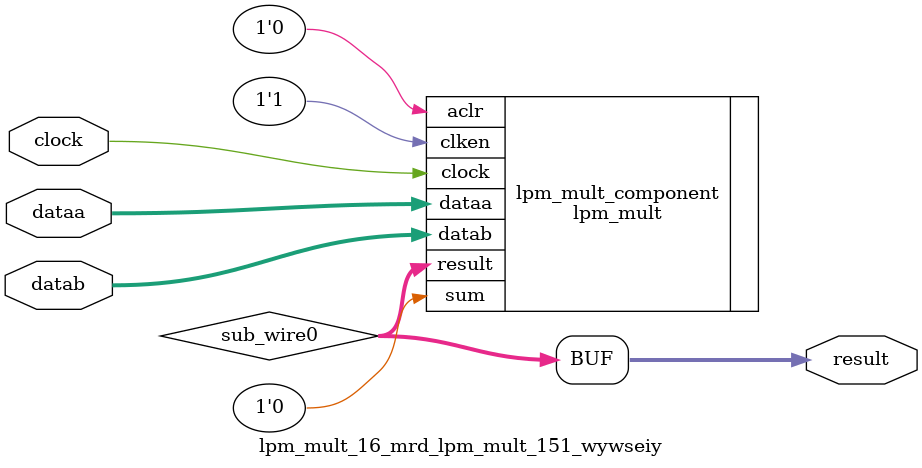
<source format=v>


`timescale 1 ps / 1 ps
// synopsys translate_on
module  lpm_mult_16_mrd_lpm_mult_151_wywseiy  (
            clock,
            dataa,
            datab,
            result);

            input  clock;
            input [15:0] dataa;
            input [15:0] datab;
            output [29:0] result;

            wire [29:0] sub_wire0;
            wire [29:0] result = sub_wire0[29:0];    

            lpm_mult        lpm_mult_component (
                                        .clock (clock),
                                        .dataa (dataa),
                                        .datab (datab),
                                        .result (sub_wire0),
                                        .aclr (1'b0),
                                        .clken (1'b1),
                                        .sum (1'b0));
            defparam
                    lpm_mult_component.lpm_hint = "DEDICATED_MULTIPLIER_CIRCUITRY=YES,MAXIMIZE_SPEED=9",
                    lpm_mult_component.lpm_pipeline = 1,
                    lpm_mult_component.lpm_representation = "SIGNED",
                    lpm_mult_component.lpm_type = "LPM_MULT",
                    lpm_mult_component.lpm_widtha = 16,
                    lpm_mult_component.lpm_widthb = 16,
                    lpm_mult_component.lpm_widthp = 30;


endmodule



</source>
